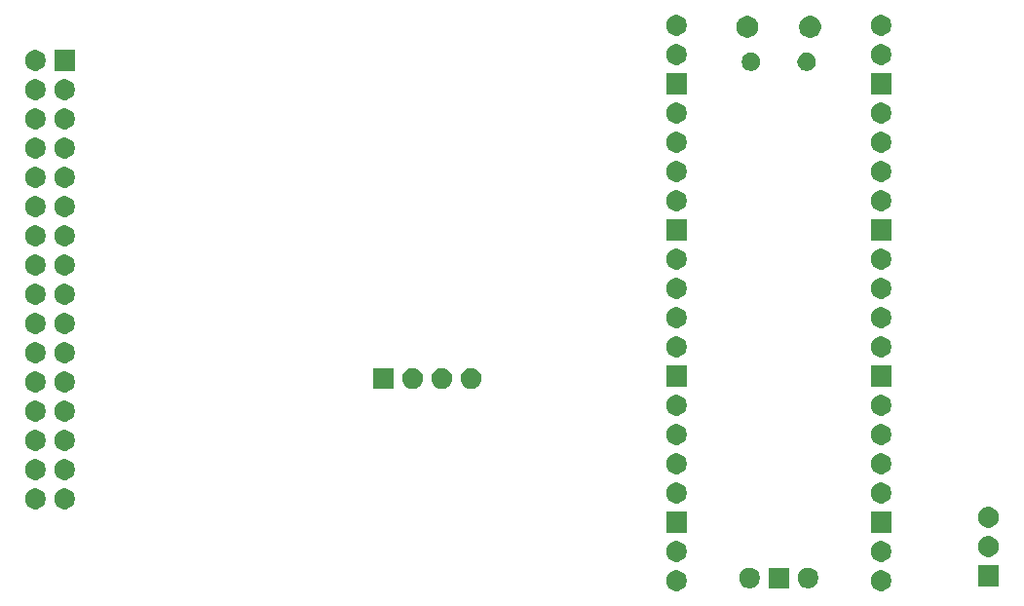
<source format=gbr>
G04 #@! TF.GenerationSoftware,KiCad,Pcbnew,5.1.5+dfsg1-2build2*
G04 #@! TF.CreationDate,2022-03-18T16:26:14+00:00*
G04 #@! TF.ProjectId,pico41,7069636f-3431-42e6-9b69-6361645f7063,rev?*
G04 #@! TF.SameCoordinates,Original*
G04 #@! TF.FileFunction,Soldermask,Bot*
G04 #@! TF.FilePolarity,Negative*
%FSLAX46Y46*%
G04 Gerber Fmt 4.6, Leading zero omitted, Abs format (unit mm)*
G04 Created by KiCad (PCBNEW 5.1.5+dfsg1-2build2) date 2022-03-18 16:26:14*
%MOMM*%
%LPD*%
G04 APERTURE LIST*
%ADD10C,0.100000*%
G04 APERTURE END LIST*
D10*
G36*
X74603512Y-31533927D02*
G01*
X74752812Y-31563624D01*
X74916784Y-31631544D01*
X75064354Y-31730147D01*
X75189853Y-31855646D01*
X75288456Y-32003216D01*
X75356376Y-32167188D01*
X75391000Y-32341259D01*
X75391000Y-32518741D01*
X75356376Y-32692812D01*
X75288456Y-32856784D01*
X75189853Y-33004354D01*
X75064354Y-33129853D01*
X74916784Y-33228456D01*
X74752812Y-33296376D01*
X74603512Y-33326073D01*
X74578742Y-33331000D01*
X74401258Y-33331000D01*
X74376488Y-33326073D01*
X74227188Y-33296376D01*
X74063216Y-33228456D01*
X73915646Y-33129853D01*
X73790147Y-33004354D01*
X73691544Y-32856784D01*
X73623624Y-32692812D01*
X73589000Y-32518741D01*
X73589000Y-32341259D01*
X73623624Y-32167188D01*
X73691544Y-32003216D01*
X73790147Y-31855646D01*
X73915646Y-31730147D01*
X74063216Y-31631544D01*
X74227188Y-31563624D01*
X74376488Y-31533927D01*
X74401258Y-31529000D01*
X74578742Y-31529000D01*
X74603512Y-31533927D01*
G37*
G36*
X56823512Y-31533927D02*
G01*
X56972812Y-31563624D01*
X57136784Y-31631544D01*
X57284354Y-31730147D01*
X57409853Y-31855646D01*
X57508456Y-32003216D01*
X57576376Y-32167188D01*
X57611000Y-32341259D01*
X57611000Y-32518741D01*
X57576376Y-32692812D01*
X57508456Y-32856784D01*
X57409853Y-33004354D01*
X57284354Y-33129853D01*
X57136784Y-33228456D01*
X56972812Y-33296376D01*
X56823512Y-33326073D01*
X56798742Y-33331000D01*
X56621258Y-33331000D01*
X56596488Y-33326073D01*
X56447188Y-33296376D01*
X56283216Y-33228456D01*
X56135646Y-33129853D01*
X56010147Y-33004354D01*
X55911544Y-32856784D01*
X55843624Y-32692812D01*
X55809000Y-32518741D01*
X55809000Y-32341259D01*
X55843624Y-32167188D01*
X55911544Y-32003216D01*
X56010147Y-31855646D01*
X56135646Y-31730147D01*
X56283216Y-31631544D01*
X56447188Y-31563624D01*
X56596488Y-31533927D01*
X56621258Y-31529000D01*
X56798742Y-31529000D01*
X56823512Y-31533927D01*
G37*
G36*
X63173512Y-31303927D02*
G01*
X63322812Y-31333624D01*
X63486784Y-31401544D01*
X63634354Y-31500147D01*
X63759853Y-31625646D01*
X63858456Y-31773216D01*
X63926376Y-31937188D01*
X63961000Y-32111259D01*
X63961000Y-32288741D01*
X63926376Y-32462812D01*
X63858456Y-32626784D01*
X63759853Y-32774354D01*
X63634354Y-32899853D01*
X63486784Y-32998456D01*
X63322812Y-33066376D01*
X63173512Y-33096073D01*
X63148742Y-33101000D01*
X62971258Y-33101000D01*
X62946488Y-33096073D01*
X62797188Y-33066376D01*
X62633216Y-32998456D01*
X62485646Y-32899853D01*
X62360147Y-32774354D01*
X62261544Y-32626784D01*
X62193624Y-32462812D01*
X62159000Y-32288741D01*
X62159000Y-32111259D01*
X62193624Y-31937188D01*
X62261544Y-31773216D01*
X62360147Y-31625646D01*
X62485646Y-31500147D01*
X62633216Y-31401544D01*
X62797188Y-31333624D01*
X62946488Y-31303927D01*
X62971258Y-31299000D01*
X63148742Y-31299000D01*
X63173512Y-31303927D01*
G37*
G36*
X68253512Y-31303927D02*
G01*
X68402812Y-31333624D01*
X68566784Y-31401544D01*
X68714354Y-31500147D01*
X68839853Y-31625646D01*
X68938456Y-31773216D01*
X69006376Y-31937188D01*
X69041000Y-32111259D01*
X69041000Y-32288741D01*
X69006376Y-32462812D01*
X68938456Y-32626784D01*
X68839853Y-32774354D01*
X68714354Y-32899853D01*
X68566784Y-32998456D01*
X68402812Y-33066376D01*
X68253512Y-33096073D01*
X68228742Y-33101000D01*
X68051258Y-33101000D01*
X68026488Y-33096073D01*
X67877188Y-33066376D01*
X67713216Y-32998456D01*
X67565646Y-32899853D01*
X67440147Y-32774354D01*
X67341544Y-32626784D01*
X67273624Y-32462812D01*
X67239000Y-32288741D01*
X67239000Y-32111259D01*
X67273624Y-31937188D01*
X67341544Y-31773216D01*
X67440147Y-31625646D01*
X67565646Y-31500147D01*
X67713216Y-31401544D01*
X67877188Y-31333624D01*
X68026488Y-31303927D01*
X68051258Y-31299000D01*
X68228742Y-31299000D01*
X68253512Y-31303927D01*
G37*
G36*
X66501000Y-33101000D02*
G01*
X64699000Y-33101000D01*
X64699000Y-31299000D01*
X66501000Y-31299000D01*
X66501000Y-33101000D01*
G37*
G36*
X84721000Y-32905000D02*
G01*
X82919000Y-32905000D01*
X82919000Y-31103000D01*
X84721000Y-31103000D01*
X84721000Y-32905000D01*
G37*
G36*
X74603512Y-28993927D02*
G01*
X74752812Y-29023624D01*
X74916784Y-29091544D01*
X75064354Y-29190147D01*
X75189853Y-29315646D01*
X75288456Y-29463216D01*
X75356376Y-29627188D01*
X75391000Y-29801259D01*
X75391000Y-29978741D01*
X75356376Y-30152812D01*
X75288456Y-30316784D01*
X75189853Y-30464354D01*
X75064354Y-30589853D01*
X74916784Y-30688456D01*
X74752812Y-30756376D01*
X74603512Y-30786073D01*
X74578742Y-30791000D01*
X74401258Y-30791000D01*
X74376488Y-30786073D01*
X74227188Y-30756376D01*
X74063216Y-30688456D01*
X73915646Y-30589853D01*
X73790147Y-30464354D01*
X73691544Y-30316784D01*
X73623624Y-30152812D01*
X73589000Y-29978741D01*
X73589000Y-29801259D01*
X73623624Y-29627188D01*
X73691544Y-29463216D01*
X73790147Y-29315646D01*
X73915646Y-29190147D01*
X74063216Y-29091544D01*
X74227188Y-29023624D01*
X74376488Y-28993927D01*
X74401258Y-28989000D01*
X74578742Y-28989000D01*
X74603512Y-28993927D01*
G37*
G36*
X56823512Y-28993927D02*
G01*
X56972812Y-29023624D01*
X57136784Y-29091544D01*
X57284354Y-29190147D01*
X57409853Y-29315646D01*
X57508456Y-29463216D01*
X57576376Y-29627188D01*
X57611000Y-29801259D01*
X57611000Y-29978741D01*
X57576376Y-30152812D01*
X57508456Y-30316784D01*
X57409853Y-30464354D01*
X57284354Y-30589853D01*
X57136784Y-30688456D01*
X56972812Y-30756376D01*
X56823512Y-30786073D01*
X56798742Y-30791000D01*
X56621258Y-30791000D01*
X56596488Y-30786073D01*
X56447188Y-30756376D01*
X56283216Y-30688456D01*
X56135646Y-30589853D01*
X56010147Y-30464354D01*
X55911544Y-30316784D01*
X55843624Y-30152812D01*
X55809000Y-29978741D01*
X55809000Y-29801259D01*
X55843624Y-29627188D01*
X55911544Y-29463216D01*
X56010147Y-29315646D01*
X56135646Y-29190147D01*
X56283216Y-29091544D01*
X56447188Y-29023624D01*
X56596488Y-28993927D01*
X56621258Y-28989000D01*
X56798742Y-28989000D01*
X56823512Y-28993927D01*
G37*
G36*
X83933512Y-28567927D02*
G01*
X84082812Y-28597624D01*
X84246784Y-28665544D01*
X84394354Y-28764147D01*
X84519853Y-28889646D01*
X84618456Y-29037216D01*
X84686376Y-29201188D01*
X84721000Y-29375259D01*
X84721000Y-29552741D01*
X84686376Y-29726812D01*
X84618456Y-29890784D01*
X84519853Y-30038354D01*
X84394354Y-30163853D01*
X84246784Y-30262456D01*
X84082812Y-30330376D01*
X83933512Y-30360073D01*
X83908742Y-30365000D01*
X83731258Y-30365000D01*
X83706488Y-30360073D01*
X83557188Y-30330376D01*
X83393216Y-30262456D01*
X83245646Y-30163853D01*
X83120147Y-30038354D01*
X83021544Y-29890784D01*
X82953624Y-29726812D01*
X82919000Y-29552741D01*
X82919000Y-29375259D01*
X82953624Y-29201188D01*
X83021544Y-29037216D01*
X83120147Y-28889646D01*
X83245646Y-28764147D01*
X83393216Y-28665544D01*
X83557188Y-28597624D01*
X83706488Y-28567927D01*
X83731258Y-28563000D01*
X83908742Y-28563000D01*
X83933512Y-28567927D01*
G37*
G36*
X75391000Y-28251000D02*
G01*
X73589000Y-28251000D01*
X73589000Y-26449000D01*
X75391000Y-26449000D01*
X75391000Y-28251000D01*
G37*
G36*
X57611000Y-28251000D02*
G01*
X55809000Y-28251000D01*
X55809000Y-26449000D01*
X57611000Y-26449000D01*
X57611000Y-28251000D01*
G37*
G36*
X83933512Y-26027927D02*
G01*
X84082812Y-26057624D01*
X84246784Y-26125544D01*
X84394354Y-26224147D01*
X84519853Y-26349646D01*
X84618456Y-26497216D01*
X84686376Y-26661188D01*
X84721000Y-26835259D01*
X84721000Y-27012741D01*
X84686376Y-27186812D01*
X84618456Y-27350784D01*
X84519853Y-27498354D01*
X84394354Y-27623853D01*
X84246784Y-27722456D01*
X84082812Y-27790376D01*
X83933512Y-27820073D01*
X83908742Y-27825000D01*
X83731258Y-27825000D01*
X83706488Y-27820073D01*
X83557188Y-27790376D01*
X83393216Y-27722456D01*
X83245646Y-27623853D01*
X83120147Y-27498354D01*
X83021544Y-27350784D01*
X82953624Y-27186812D01*
X82919000Y-27012741D01*
X82919000Y-26835259D01*
X82953624Y-26661188D01*
X83021544Y-26497216D01*
X83120147Y-26349646D01*
X83245646Y-26224147D01*
X83393216Y-26125544D01*
X83557188Y-26057624D01*
X83706488Y-26027927D01*
X83731258Y-26023000D01*
X83908742Y-26023000D01*
X83933512Y-26027927D01*
G37*
G36*
X1113512Y-24423927D02*
G01*
X1262812Y-24453624D01*
X1426784Y-24521544D01*
X1574354Y-24620147D01*
X1699853Y-24745646D01*
X1798456Y-24893216D01*
X1866376Y-25057188D01*
X1901000Y-25231259D01*
X1901000Y-25408741D01*
X1866376Y-25582812D01*
X1798456Y-25746784D01*
X1699853Y-25894354D01*
X1574354Y-26019853D01*
X1426784Y-26118456D01*
X1262812Y-26186376D01*
X1113512Y-26216073D01*
X1088742Y-26221000D01*
X911258Y-26221000D01*
X886488Y-26216073D01*
X737188Y-26186376D01*
X573216Y-26118456D01*
X425646Y-26019853D01*
X300147Y-25894354D01*
X201544Y-25746784D01*
X133624Y-25582812D01*
X99000Y-25408741D01*
X99000Y-25231259D01*
X133624Y-25057188D01*
X201544Y-24893216D01*
X300147Y-24745646D01*
X425646Y-24620147D01*
X573216Y-24521544D01*
X737188Y-24453624D01*
X886488Y-24423927D01*
X911258Y-24419000D01*
X1088742Y-24419000D01*
X1113512Y-24423927D01*
G37*
G36*
X3653512Y-24423927D02*
G01*
X3802812Y-24453624D01*
X3966784Y-24521544D01*
X4114354Y-24620147D01*
X4239853Y-24745646D01*
X4338456Y-24893216D01*
X4406376Y-25057188D01*
X4441000Y-25231259D01*
X4441000Y-25408741D01*
X4406376Y-25582812D01*
X4338456Y-25746784D01*
X4239853Y-25894354D01*
X4114354Y-26019853D01*
X3966784Y-26118456D01*
X3802812Y-26186376D01*
X3653512Y-26216073D01*
X3628742Y-26221000D01*
X3451258Y-26221000D01*
X3426488Y-26216073D01*
X3277188Y-26186376D01*
X3113216Y-26118456D01*
X2965646Y-26019853D01*
X2840147Y-25894354D01*
X2741544Y-25746784D01*
X2673624Y-25582812D01*
X2639000Y-25408741D01*
X2639000Y-25231259D01*
X2673624Y-25057188D01*
X2741544Y-24893216D01*
X2840147Y-24745646D01*
X2965646Y-24620147D01*
X3113216Y-24521544D01*
X3277188Y-24453624D01*
X3426488Y-24423927D01*
X3451258Y-24419000D01*
X3628742Y-24419000D01*
X3653512Y-24423927D01*
G37*
G36*
X56823512Y-23913927D02*
G01*
X56972812Y-23943624D01*
X57136784Y-24011544D01*
X57284354Y-24110147D01*
X57409853Y-24235646D01*
X57508456Y-24383216D01*
X57576376Y-24547188D01*
X57611000Y-24721259D01*
X57611000Y-24898741D01*
X57576376Y-25072812D01*
X57508456Y-25236784D01*
X57409853Y-25384354D01*
X57284354Y-25509853D01*
X57136784Y-25608456D01*
X56972812Y-25676376D01*
X56823512Y-25706073D01*
X56798742Y-25711000D01*
X56621258Y-25711000D01*
X56596488Y-25706073D01*
X56447188Y-25676376D01*
X56283216Y-25608456D01*
X56135646Y-25509853D01*
X56010147Y-25384354D01*
X55911544Y-25236784D01*
X55843624Y-25072812D01*
X55809000Y-24898741D01*
X55809000Y-24721259D01*
X55843624Y-24547188D01*
X55911544Y-24383216D01*
X56010147Y-24235646D01*
X56135646Y-24110147D01*
X56283216Y-24011544D01*
X56447188Y-23943624D01*
X56596488Y-23913927D01*
X56621258Y-23909000D01*
X56798742Y-23909000D01*
X56823512Y-23913927D01*
G37*
G36*
X74603512Y-23913927D02*
G01*
X74752812Y-23943624D01*
X74916784Y-24011544D01*
X75064354Y-24110147D01*
X75189853Y-24235646D01*
X75288456Y-24383216D01*
X75356376Y-24547188D01*
X75391000Y-24721259D01*
X75391000Y-24898741D01*
X75356376Y-25072812D01*
X75288456Y-25236784D01*
X75189853Y-25384354D01*
X75064354Y-25509853D01*
X74916784Y-25608456D01*
X74752812Y-25676376D01*
X74603512Y-25706073D01*
X74578742Y-25711000D01*
X74401258Y-25711000D01*
X74376488Y-25706073D01*
X74227188Y-25676376D01*
X74063216Y-25608456D01*
X73915646Y-25509853D01*
X73790147Y-25384354D01*
X73691544Y-25236784D01*
X73623624Y-25072812D01*
X73589000Y-24898741D01*
X73589000Y-24721259D01*
X73623624Y-24547188D01*
X73691544Y-24383216D01*
X73790147Y-24235646D01*
X73915646Y-24110147D01*
X74063216Y-24011544D01*
X74227188Y-23943624D01*
X74376488Y-23913927D01*
X74401258Y-23909000D01*
X74578742Y-23909000D01*
X74603512Y-23913927D01*
G37*
G36*
X3653512Y-21883927D02*
G01*
X3802812Y-21913624D01*
X3966784Y-21981544D01*
X4114354Y-22080147D01*
X4239853Y-22205646D01*
X4338456Y-22353216D01*
X4406376Y-22517188D01*
X4441000Y-22691259D01*
X4441000Y-22868741D01*
X4406376Y-23042812D01*
X4338456Y-23206784D01*
X4239853Y-23354354D01*
X4114354Y-23479853D01*
X3966784Y-23578456D01*
X3802812Y-23646376D01*
X3653512Y-23676073D01*
X3628742Y-23681000D01*
X3451258Y-23681000D01*
X3426488Y-23676073D01*
X3277188Y-23646376D01*
X3113216Y-23578456D01*
X2965646Y-23479853D01*
X2840147Y-23354354D01*
X2741544Y-23206784D01*
X2673624Y-23042812D01*
X2639000Y-22868741D01*
X2639000Y-22691259D01*
X2673624Y-22517188D01*
X2741544Y-22353216D01*
X2840147Y-22205646D01*
X2965646Y-22080147D01*
X3113216Y-21981544D01*
X3277188Y-21913624D01*
X3426488Y-21883927D01*
X3451258Y-21879000D01*
X3628742Y-21879000D01*
X3653512Y-21883927D01*
G37*
G36*
X1113512Y-21883927D02*
G01*
X1262812Y-21913624D01*
X1426784Y-21981544D01*
X1574354Y-22080147D01*
X1699853Y-22205646D01*
X1798456Y-22353216D01*
X1866376Y-22517188D01*
X1901000Y-22691259D01*
X1901000Y-22868741D01*
X1866376Y-23042812D01*
X1798456Y-23206784D01*
X1699853Y-23354354D01*
X1574354Y-23479853D01*
X1426784Y-23578456D01*
X1262812Y-23646376D01*
X1113512Y-23676073D01*
X1088742Y-23681000D01*
X911258Y-23681000D01*
X886488Y-23676073D01*
X737188Y-23646376D01*
X573216Y-23578456D01*
X425646Y-23479853D01*
X300147Y-23354354D01*
X201544Y-23206784D01*
X133624Y-23042812D01*
X99000Y-22868741D01*
X99000Y-22691259D01*
X133624Y-22517188D01*
X201544Y-22353216D01*
X300147Y-22205646D01*
X425646Y-22080147D01*
X573216Y-21981544D01*
X737188Y-21913624D01*
X886488Y-21883927D01*
X911258Y-21879000D01*
X1088742Y-21879000D01*
X1113512Y-21883927D01*
G37*
G36*
X56823512Y-21373927D02*
G01*
X56972812Y-21403624D01*
X57136784Y-21471544D01*
X57284354Y-21570147D01*
X57409853Y-21695646D01*
X57508456Y-21843216D01*
X57576376Y-22007188D01*
X57611000Y-22181259D01*
X57611000Y-22358741D01*
X57576376Y-22532812D01*
X57508456Y-22696784D01*
X57409853Y-22844354D01*
X57284354Y-22969853D01*
X57136784Y-23068456D01*
X56972812Y-23136376D01*
X56823512Y-23166073D01*
X56798742Y-23171000D01*
X56621258Y-23171000D01*
X56596488Y-23166073D01*
X56447188Y-23136376D01*
X56283216Y-23068456D01*
X56135646Y-22969853D01*
X56010147Y-22844354D01*
X55911544Y-22696784D01*
X55843624Y-22532812D01*
X55809000Y-22358741D01*
X55809000Y-22181259D01*
X55843624Y-22007188D01*
X55911544Y-21843216D01*
X56010147Y-21695646D01*
X56135646Y-21570147D01*
X56283216Y-21471544D01*
X56447188Y-21403624D01*
X56596488Y-21373927D01*
X56621258Y-21369000D01*
X56798742Y-21369000D01*
X56823512Y-21373927D01*
G37*
G36*
X74603512Y-21373927D02*
G01*
X74752812Y-21403624D01*
X74916784Y-21471544D01*
X75064354Y-21570147D01*
X75189853Y-21695646D01*
X75288456Y-21843216D01*
X75356376Y-22007188D01*
X75391000Y-22181259D01*
X75391000Y-22358741D01*
X75356376Y-22532812D01*
X75288456Y-22696784D01*
X75189853Y-22844354D01*
X75064354Y-22969853D01*
X74916784Y-23068456D01*
X74752812Y-23136376D01*
X74603512Y-23166073D01*
X74578742Y-23171000D01*
X74401258Y-23171000D01*
X74376488Y-23166073D01*
X74227188Y-23136376D01*
X74063216Y-23068456D01*
X73915646Y-22969853D01*
X73790147Y-22844354D01*
X73691544Y-22696784D01*
X73623624Y-22532812D01*
X73589000Y-22358741D01*
X73589000Y-22181259D01*
X73623624Y-22007188D01*
X73691544Y-21843216D01*
X73790147Y-21695646D01*
X73915646Y-21570147D01*
X74063216Y-21471544D01*
X74227188Y-21403624D01*
X74376488Y-21373927D01*
X74401258Y-21369000D01*
X74578742Y-21369000D01*
X74603512Y-21373927D01*
G37*
G36*
X3653512Y-19343927D02*
G01*
X3802812Y-19373624D01*
X3966784Y-19441544D01*
X4114354Y-19540147D01*
X4239853Y-19665646D01*
X4338456Y-19813216D01*
X4406376Y-19977188D01*
X4441000Y-20151259D01*
X4441000Y-20328741D01*
X4406376Y-20502812D01*
X4338456Y-20666784D01*
X4239853Y-20814354D01*
X4114354Y-20939853D01*
X3966784Y-21038456D01*
X3802812Y-21106376D01*
X3653512Y-21136073D01*
X3628742Y-21141000D01*
X3451258Y-21141000D01*
X3426488Y-21136073D01*
X3277188Y-21106376D01*
X3113216Y-21038456D01*
X2965646Y-20939853D01*
X2840147Y-20814354D01*
X2741544Y-20666784D01*
X2673624Y-20502812D01*
X2639000Y-20328741D01*
X2639000Y-20151259D01*
X2673624Y-19977188D01*
X2741544Y-19813216D01*
X2840147Y-19665646D01*
X2965646Y-19540147D01*
X3113216Y-19441544D01*
X3277188Y-19373624D01*
X3426488Y-19343927D01*
X3451258Y-19339000D01*
X3628742Y-19339000D01*
X3653512Y-19343927D01*
G37*
G36*
X1113512Y-19343927D02*
G01*
X1262812Y-19373624D01*
X1426784Y-19441544D01*
X1574354Y-19540147D01*
X1699853Y-19665646D01*
X1798456Y-19813216D01*
X1866376Y-19977188D01*
X1901000Y-20151259D01*
X1901000Y-20328741D01*
X1866376Y-20502812D01*
X1798456Y-20666784D01*
X1699853Y-20814354D01*
X1574354Y-20939853D01*
X1426784Y-21038456D01*
X1262812Y-21106376D01*
X1113512Y-21136073D01*
X1088742Y-21141000D01*
X911258Y-21141000D01*
X886488Y-21136073D01*
X737188Y-21106376D01*
X573216Y-21038456D01*
X425646Y-20939853D01*
X300147Y-20814354D01*
X201544Y-20666784D01*
X133624Y-20502812D01*
X99000Y-20328741D01*
X99000Y-20151259D01*
X133624Y-19977188D01*
X201544Y-19813216D01*
X300147Y-19665646D01*
X425646Y-19540147D01*
X573216Y-19441544D01*
X737188Y-19373624D01*
X886488Y-19343927D01*
X911258Y-19339000D01*
X1088742Y-19339000D01*
X1113512Y-19343927D01*
G37*
G36*
X74603512Y-18833927D02*
G01*
X74752812Y-18863624D01*
X74916784Y-18931544D01*
X75064354Y-19030147D01*
X75189853Y-19155646D01*
X75288456Y-19303216D01*
X75356376Y-19467188D01*
X75391000Y-19641259D01*
X75391000Y-19818741D01*
X75356376Y-19992812D01*
X75288456Y-20156784D01*
X75189853Y-20304354D01*
X75064354Y-20429853D01*
X74916784Y-20528456D01*
X74752812Y-20596376D01*
X74603512Y-20626073D01*
X74578742Y-20631000D01*
X74401258Y-20631000D01*
X74376488Y-20626073D01*
X74227188Y-20596376D01*
X74063216Y-20528456D01*
X73915646Y-20429853D01*
X73790147Y-20304354D01*
X73691544Y-20156784D01*
X73623624Y-19992812D01*
X73589000Y-19818741D01*
X73589000Y-19641259D01*
X73623624Y-19467188D01*
X73691544Y-19303216D01*
X73790147Y-19155646D01*
X73915646Y-19030147D01*
X74063216Y-18931544D01*
X74227188Y-18863624D01*
X74376488Y-18833927D01*
X74401258Y-18829000D01*
X74578742Y-18829000D01*
X74603512Y-18833927D01*
G37*
G36*
X56823512Y-18833927D02*
G01*
X56972812Y-18863624D01*
X57136784Y-18931544D01*
X57284354Y-19030147D01*
X57409853Y-19155646D01*
X57508456Y-19303216D01*
X57576376Y-19467188D01*
X57611000Y-19641259D01*
X57611000Y-19818741D01*
X57576376Y-19992812D01*
X57508456Y-20156784D01*
X57409853Y-20304354D01*
X57284354Y-20429853D01*
X57136784Y-20528456D01*
X56972812Y-20596376D01*
X56823512Y-20626073D01*
X56798742Y-20631000D01*
X56621258Y-20631000D01*
X56596488Y-20626073D01*
X56447188Y-20596376D01*
X56283216Y-20528456D01*
X56135646Y-20429853D01*
X56010147Y-20304354D01*
X55911544Y-20156784D01*
X55843624Y-19992812D01*
X55809000Y-19818741D01*
X55809000Y-19641259D01*
X55843624Y-19467188D01*
X55911544Y-19303216D01*
X56010147Y-19155646D01*
X56135646Y-19030147D01*
X56283216Y-18931544D01*
X56447188Y-18863624D01*
X56596488Y-18833927D01*
X56621258Y-18829000D01*
X56798742Y-18829000D01*
X56823512Y-18833927D01*
G37*
G36*
X1113512Y-16803927D02*
G01*
X1262812Y-16833624D01*
X1426784Y-16901544D01*
X1574354Y-17000147D01*
X1699853Y-17125646D01*
X1798456Y-17273216D01*
X1866376Y-17437188D01*
X1901000Y-17611259D01*
X1901000Y-17788741D01*
X1866376Y-17962812D01*
X1798456Y-18126784D01*
X1699853Y-18274354D01*
X1574354Y-18399853D01*
X1426784Y-18498456D01*
X1262812Y-18566376D01*
X1113512Y-18596073D01*
X1088742Y-18601000D01*
X911258Y-18601000D01*
X886488Y-18596073D01*
X737188Y-18566376D01*
X573216Y-18498456D01*
X425646Y-18399853D01*
X300147Y-18274354D01*
X201544Y-18126784D01*
X133624Y-17962812D01*
X99000Y-17788741D01*
X99000Y-17611259D01*
X133624Y-17437188D01*
X201544Y-17273216D01*
X300147Y-17125646D01*
X425646Y-17000147D01*
X573216Y-16901544D01*
X737188Y-16833624D01*
X886488Y-16803927D01*
X911258Y-16799000D01*
X1088742Y-16799000D01*
X1113512Y-16803927D01*
G37*
G36*
X3653512Y-16803927D02*
G01*
X3802812Y-16833624D01*
X3966784Y-16901544D01*
X4114354Y-17000147D01*
X4239853Y-17125646D01*
X4338456Y-17273216D01*
X4406376Y-17437188D01*
X4441000Y-17611259D01*
X4441000Y-17788741D01*
X4406376Y-17962812D01*
X4338456Y-18126784D01*
X4239853Y-18274354D01*
X4114354Y-18399853D01*
X3966784Y-18498456D01*
X3802812Y-18566376D01*
X3653512Y-18596073D01*
X3628742Y-18601000D01*
X3451258Y-18601000D01*
X3426488Y-18596073D01*
X3277188Y-18566376D01*
X3113216Y-18498456D01*
X2965646Y-18399853D01*
X2840147Y-18274354D01*
X2741544Y-18126784D01*
X2673624Y-17962812D01*
X2639000Y-17788741D01*
X2639000Y-17611259D01*
X2673624Y-17437188D01*
X2741544Y-17273216D01*
X2840147Y-17125646D01*
X2965646Y-17000147D01*
X3113216Y-16901544D01*
X3277188Y-16833624D01*
X3426488Y-16803927D01*
X3451258Y-16799000D01*
X3628742Y-16799000D01*
X3653512Y-16803927D01*
G37*
G36*
X74603512Y-16293927D02*
G01*
X74752812Y-16323624D01*
X74916784Y-16391544D01*
X75064354Y-16490147D01*
X75189853Y-16615646D01*
X75288456Y-16763216D01*
X75356376Y-16927188D01*
X75391000Y-17101259D01*
X75391000Y-17278741D01*
X75356376Y-17452812D01*
X75288456Y-17616784D01*
X75189853Y-17764354D01*
X75064354Y-17889853D01*
X74916784Y-17988456D01*
X74752812Y-18056376D01*
X74603512Y-18086073D01*
X74578742Y-18091000D01*
X74401258Y-18091000D01*
X74376488Y-18086073D01*
X74227188Y-18056376D01*
X74063216Y-17988456D01*
X73915646Y-17889853D01*
X73790147Y-17764354D01*
X73691544Y-17616784D01*
X73623624Y-17452812D01*
X73589000Y-17278741D01*
X73589000Y-17101259D01*
X73623624Y-16927188D01*
X73691544Y-16763216D01*
X73790147Y-16615646D01*
X73915646Y-16490147D01*
X74063216Y-16391544D01*
X74227188Y-16323624D01*
X74376488Y-16293927D01*
X74401258Y-16289000D01*
X74578742Y-16289000D01*
X74603512Y-16293927D01*
G37*
G36*
X56823512Y-16293927D02*
G01*
X56972812Y-16323624D01*
X57136784Y-16391544D01*
X57284354Y-16490147D01*
X57409853Y-16615646D01*
X57508456Y-16763216D01*
X57576376Y-16927188D01*
X57611000Y-17101259D01*
X57611000Y-17278741D01*
X57576376Y-17452812D01*
X57508456Y-17616784D01*
X57409853Y-17764354D01*
X57284354Y-17889853D01*
X57136784Y-17988456D01*
X56972812Y-18056376D01*
X56823512Y-18086073D01*
X56798742Y-18091000D01*
X56621258Y-18091000D01*
X56596488Y-18086073D01*
X56447188Y-18056376D01*
X56283216Y-17988456D01*
X56135646Y-17889853D01*
X56010147Y-17764354D01*
X55911544Y-17616784D01*
X55843624Y-17452812D01*
X55809000Y-17278741D01*
X55809000Y-17101259D01*
X55843624Y-16927188D01*
X55911544Y-16763216D01*
X56010147Y-16615646D01*
X56135646Y-16490147D01*
X56283216Y-16391544D01*
X56447188Y-16323624D01*
X56596488Y-16293927D01*
X56621258Y-16289000D01*
X56798742Y-16289000D01*
X56823512Y-16293927D01*
G37*
G36*
X1113512Y-14263927D02*
G01*
X1262812Y-14293624D01*
X1426784Y-14361544D01*
X1574354Y-14460147D01*
X1699853Y-14585646D01*
X1798456Y-14733216D01*
X1866376Y-14897188D01*
X1901000Y-15071259D01*
X1901000Y-15248741D01*
X1866376Y-15422812D01*
X1798456Y-15586784D01*
X1699853Y-15734354D01*
X1574354Y-15859853D01*
X1426784Y-15958456D01*
X1262812Y-16026376D01*
X1113512Y-16056073D01*
X1088742Y-16061000D01*
X911258Y-16061000D01*
X886488Y-16056073D01*
X737188Y-16026376D01*
X573216Y-15958456D01*
X425646Y-15859853D01*
X300147Y-15734354D01*
X201544Y-15586784D01*
X133624Y-15422812D01*
X99000Y-15248741D01*
X99000Y-15071259D01*
X133624Y-14897188D01*
X201544Y-14733216D01*
X300147Y-14585646D01*
X425646Y-14460147D01*
X573216Y-14361544D01*
X737188Y-14293624D01*
X886488Y-14263927D01*
X911258Y-14259000D01*
X1088742Y-14259000D01*
X1113512Y-14263927D01*
G37*
G36*
X3653512Y-14263927D02*
G01*
X3802812Y-14293624D01*
X3966784Y-14361544D01*
X4114354Y-14460147D01*
X4239853Y-14585646D01*
X4338456Y-14733216D01*
X4406376Y-14897188D01*
X4441000Y-15071259D01*
X4441000Y-15248741D01*
X4406376Y-15422812D01*
X4338456Y-15586784D01*
X4239853Y-15734354D01*
X4114354Y-15859853D01*
X3966784Y-15958456D01*
X3802812Y-16026376D01*
X3653512Y-16056073D01*
X3628742Y-16061000D01*
X3451258Y-16061000D01*
X3426488Y-16056073D01*
X3277188Y-16026376D01*
X3113216Y-15958456D01*
X2965646Y-15859853D01*
X2840147Y-15734354D01*
X2741544Y-15586784D01*
X2673624Y-15422812D01*
X2639000Y-15248741D01*
X2639000Y-15071259D01*
X2673624Y-14897188D01*
X2741544Y-14733216D01*
X2840147Y-14585646D01*
X2965646Y-14460147D01*
X3113216Y-14361544D01*
X3277188Y-14293624D01*
X3426488Y-14263927D01*
X3451258Y-14259000D01*
X3628742Y-14259000D01*
X3653512Y-14263927D01*
G37*
G36*
X36431512Y-13951927D02*
G01*
X36580812Y-13981624D01*
X36744784Y-14049544D01*
X36892354Y-14148147D01*
X37017853Y-14273646D01*
X37116456Y-14421216D01*
X37184376Y-14585188D01*
X37219000Y-14759259D01*
X37219000Y-14936741D01*
X37184376Y-15110812D01*
X37116456Y-15274784D01*
X37017853Y-15422354D01*
X36892354Y-15547853D01*
X36744784Y-15646456D01*
X36580812Y-15714376D01*
X36431512Y-15744073D01*
X36406742Y-15749000D01*
X36229258Y-15749000D01*
X36204488Y-15744073D01*
X36055188Y-15714376D01*
X35891216Y-15646456D01*
X35743646Y-15547853D01*
X35618147Y-15422354D01*
X35519544Y-15274784D01*
X35451624Y-15110812D01*
X35417000Y-14936741D01*
X35417000Y-14759259D01*
X35451624Y-14585188D01*
X35519544Y-14421216D01*
X35618147Y-14273646D01*
X35743646Y-14148147D01*
X35891216Y-14049544D01*
X36055188Y-13981624D01*
X36204488Y-13951927D01*
X36229258Y-13947000D01*
X36406742Y-13947000D01*
X36431512Y-13951927D01*
G37*
G36*
X33891512Y-13951927D02*
G01*
X34040812Y-13981624D01*
X34204784Y-14049544D01*
X34352354Y-14148147D01*
X34477853Y-14273646D01*
X34576456Y-14421216D01*
X34644376Y-14585188D01*
X34679000Y-14759259D01*
X34679000Y-14936741D01*
X34644376Y-15110812D01*
X34576456Y-15274784D01*
X34477853Y-15422354D01*
X34352354Y-15547853D01*
X34204784Y-15646456D01*
X34040812Y-15714376D01*
X33891512Y-15744073D01*
X33866742Y-15749000D01*
X33689258Y-15749000D01*
X33664488Y-15744073D01*
X33515188Y-15714376D01*
X33351216Y-15646456D01*
X33203646Y-15547853D01*
X33078147Y-15422354D01*
X32979544Y-15274784D01*
X32911624Y-15110812D01*
X32877000Y-14936741D01*
X32877000Y-14759259D01*
X32911624Y-14585188D01*
X32979544Y-14421216D01*
X33078147Y-14273646D01*
X33203646Y-14148147D01*
X33351216Y-14049544D01*
X33515188Y-13981624D01*
X33664488Y-13951927D01*
X33689258Y-13947000D01*
X33866742Y-13947000D01*
X33891512Y-13951927D01*
G37*
G36*
X32139000Y-15749000D02*
G01*
X30337000Y-15749000D01*
X30337000Y-13947000D01*
X32139000Y-13947000D01*
X32139000Y-15749000D01*
G37*
G36*
X38971512Y-13951927D02*
G01*
X39120812Y-13981624D01*
X39284784Y-14049544D01*
X39432354Y-14148147D01*
X39557853Y-14273646D01*
X39656456Y-14421216D01*
X39724376Y-14585188D01*
X39759000Y-14759259D01*
X39759000Y-14936741D01*
X39724376Y-15110812D01*
X39656456Y-15274784D01*
X39557853Y-15422354D01*
X39432354Y-15547853D01*
X39284784Y-15646456D01*
X39120812Y-15714376D01*
X38971512Y-15744073D01*
X38946742Y-15749000D01*
X38769258Y-15749000D01*
X38744488Y-15744073D01*
X38595188Y-15714376D01*
X38431216Y-15646456D01*
X38283646Y-15547853D01*
X38158147Y-15422354D01*
X38059544Y-15274784D01*
X37991624Y-15110812D01*
X37957000Y-14936741D01*
X37957000Y-14759259D01*
X37991624Y-14585188D01*
X38059544Y-14421216D01*
X38158147Y-14273646D01*
X38283646Y-14148147D01*
X38431216Y-14049544D01*
X38595188Y-13981624D01*
X38744488Y-13951927D01*
X38769258Y-13947000D01*
X38946742Y-13947000D01*
X38971512Y-13951927D01*
G37*
G36*
X75391000Y-15551000D02*
G01*
X73589000Y-15551000D01*
X73589000Y-13749000D01*
X75391000Y-13749000D01*
X75391000Y-15551000D01*
G37*
G36*
X57611000Y-15551000D02*
G01*
X55809000Y-15551000D01*
X55809000Y-13749000D01*
X57611000Y-13749000D01*
X57611000Y-15551000D01*
G37*
G36*
X3653512Y-11723927D02*
G01*
X3802812Y-11753624D01*
X3966784Y-11821544D01*
X4114354Y-11920147D01*
X4239853Y-12045646D01*
X4338456Y-12193216D01*
X4406376Y-12357188D01*
X4441000Y-12531259D01*
X4441000Y-12708741D01*
X4406376Y-12882812D01*
X4338456Y-13046784D01*
X4239853Y-13194354D01*
X4114354Y-13319853D01*
X3966784Y-13418456D01*
X3802812Y-13486376D01*
X3653512Y-13516073D01*
X3628742Y-13521000D01*
X3451258Y-13521000D01*
X3426488Y-13516073D01*
X3277188Y-13486376D01*
X3113216Y-13418456D01*
X2965646Y-13319853D01*
X2840147Y-13194354D01*
X2741544Y-13046784D01*
X2673624Y-12882812D01*
X2639000Y-12708741D01*
X2639000Y-12531259D01*
X2673624Y-12357188D01*
X2741544Y-12193216D01*
X2840147Y-12045646D01*
X2965646Y-11920147D01*
X3113216Y-11821544D01*
X3277188Y-11753624D01*
X3426488Y-11723927D01*
X3451258Y-11719000D01*
X3628742Y-11719000D01*
X3653512Y-11723927D01*
G37*
G36*
X1113512Y-11723927D02*
G01*
X1262812Y-11753624D01*
X1426784Y-11821544D01*
X1574354Y-11920147D01*
X1699853Y-12045646D01*
X1798456Y-12193216D01*
X1866376Y-12357188D01*
X1901000Y-12531259D01*
X1901000Y-12708741D01*
X1866376Y-12882812D01*
X1798456Y-13046784D01*
X1699853Y-13194354D01*
X1574354Y-13319853D01*
X1426784Y-13418456D01*
X1262812Y-13486376D01*
X1113512Y-13516073D01*
X1088742Y-13521000D01*
X911258Y-13521000D01*
X886488Y-13516073D01*
X737188Y-13486376D01*
X573216Y-13418456D01*
X425646Y-13319853D01*
X300147Y-13194354D01*
X201544Y-13046784D01*
X133624Y-12882812D01*
X99000Y-12708741D01*
X99000Y-12531259D01*
X133624Y-12357188D01*
X201544Y-12193216D01*
X300147Y-12045646D01*
X425646Y-11920147D01*
X573216Y-11821544D01*
X737188Y-11753624D01*
X886488Y-11723927D01*
X911258Y-11719000D01*
X1088742Y-11719000D01*
X1113512Y-11723927D01*
G37*
G36*
X56823512Y-11213927D02*
G01*
X56972812Y-11243624D01*
X57136784Y-11311544D01*
X57284354Y-11410147D01*
X57409853Y-11535646D01*
X57508456Y-11683216D01*
X57576376Y-11847188D01*
X57611000Y-12021259D01*
X57611000Y-12198741D01*
X57576376Y-12372812D01*
X57508456Y-12536784D01*
X57409853Y-12684354D01*
X57284354Y-12809853D01*
X57136784Y-12908456D01*
X56972812Y-12976376D01*
X56823512Y-13006073D01*
X56798742Y-13011000D01*
X56621258Y-13011000D01*
X56596488Y-13006073D01*
X56447188Y-12976376D01*
X56283216Y-12908456D01*
X56135646Y-12809853D01*
X56010147Y-12684354D01*
X55911544Y-12536784D01*
X55843624Y-12372812D01*
X55809000Y-12198741D01*
X55809000Y-12021259D01*
X55843624Y-11847188D01*
X55911544Y-11683216D01*
X56010147Y-11535646D01*
X56135646Y-11410147D01*
X56283216Y-11311544D01*
X56447188Y-11243624D01*
X56596488Y-11213927D01*
X56621258Y-11209000D01*
X56798742Y-11209000D01*
X56823512Y-11213927D01*
G37*
G36*
X74603512Y-11213927D02*
G01*
X74752812Y-11243624D01*
X74916784Y-11311544D01*
X75064354Y-11410147D01*
X75189853Y-11535646D01*
X75288456Y-11683216D01*
X75356376Y-11847188D01*
X75391000Y-12021259D01*
X75391000Y-12198741D01*
X75356376Y-12372812D01*
X75288456Y-12536784D01*
X75189853Y-12684354D01*
X75064354Y-12809853D01*
X74916784Y-12908456D01*
X74752812Y-12976376D01*
X74603512Y-13006073D01*
X74578742Y-13011000D01*
X74401258Y-13011000D01*
X74376488Y-13006073D01*
X74227188Y-12976376D01*
X74063216Y-12908456D01*
X73915646Y-12809853D01*
X73790147Y-12684354D01*
X73691544Y-12536784D01*
X73623624Y-12372812D01*
X73589000Y-12198741D01*
X73589000Y-12021259D01*
X73623624Y-11847188D01*
X73691544Y-11683216D01*
X73790147Y-11535646D01*
X73915646Y-11410147D01*
X74063216Y-11311544D01*
X74227188Y-11243624D01*
X74376488Y-11213927D01*
X74401258Y-11209000D01*
X74578742Y-11209000D01*
X74603512Y-11213927D01*
G37*
G36*
X3653512Y-9183927D02*
G01*
X3802812Y-9213624D01*
X3966784Y-9281544D01*
X4114354Y-9380147D01*
X4239853Y-9505646D01*
X4338456Y-9653216D01*
X4406376Y-9817188D01*
X4441000Y-9991259D01*
X4441000Y-10168741D01*
X4406376Y-10342812D01*
X4338456Y-10506784D01*
X4239853Y-10654354D01*
X4114354Y-10779853D01*
X3966784Y-10878456D01*
X3802812Y-10946376D01*
X3653512Y-10976073D01*
X3628742Y-10981000D01*
X3451258Y-10981000D01*
X3426488Y-10976073D01*
X3277188Y-10946376D01*
X3113216Y-10878456D01*
X2965646Y-10779853D01*
X2840147Y-10654354D01*
X2741544Y-10506784D01*
X2673624Y-10342812D01*
X2639000Y-10168741D01*
X2639000Y-9991259D01*
X2673624Y-9817188D01*
X2741544Y-9653216D01*
X2840147Y-9505646D01*
X2965646Y-9380147D01*
X3113216Y-9281544D01*
X3277188Y-9213624D01*
X3426488Y-9183927D01*
X3451258Y-9179000D01*
X3628742Y-9179000D01*
X3653512Y-9183927D01*
G37*
G36*
X1113512Y-9183927D02*
G01*
X1262812Y-9213624D01*
X1426784Y-9281544D01*
X1574354Y-9380147D01*
X1699853Y-9505646D01*
X1798456Y-9653216D01*
X1866376Y-9817188D01*
X1901000Y-9991259D01*
X1901000Y-10168741D01*
X1866376Y-10342812D01*
X1798456Y-10506784D01*
X1699853Y-10654354D01*
X1574354Y-10779853D01*
X1426784Y-10878456D01*
X1262812Y-10946376D01*
X1113512Y-10976073D01*
X1088742Y-10981000D01*
X911258Y-10981000D01*
X886488Y-10976073D01*
X737188Y-10946376D01*
X573216Y-10878456D01*
X425646Y-10779853D01*
X300147Y-10654354D01*
X201544Y-10506784D01*
X133624Y-10342812D01*
X99000Y-10168741D01*
X99000Y-9991259D01*
X133624Y-9817188D01*
X201544Y-9653216D01*
X300147Y-9505646D01*
X425646Y-9380147D01*
X573216Y-9281544D01*
X737188Y-9213624D01*
X886488Y-9183927D01*
X911258Y-9179000D01*
X1088742Y-9179000D01*
X1113512Y-9183927D01*
G37*
G36*
X74603512Y-8673927D02*
G01*
X74752812Y-8703624D01*
X74916784Y-8771544D01*
X75064354Y-8870147D01*
X75189853Y-8995646D01*
X75288456Y-9143216D01*
X75356376Y-9307188D01*
X75391000Y-9481259D01*
X75391000Y-9658741D01*
X75356376Y-9832812D01*
X75288456Y-9996784D01*
X75189853Y-10144354D01*
X75064354Y-10269853D01*
X74916784Y-10368456D01*
X74752812Y-10436376D01*
X74603512Y-10466073D01*
X74578742Y-10471000D01*
X74401258Y-10471000D01*
X74376488Y-10466073D01*
X74227188Y-10436376D01*
X74063216Y-10368456D01*
X73915646Y-10269853D01*
X73790147Y-10144354D01*
X73691544Y-9996784D01*
X73623624Y-9832812D01*
X73589000Y-9658741D01*
X73589000Y-9481259D01*
X73623624Y-9307188D01*
X73691544Y-9143216D01*
X73790147Y-8995646D01*
X73915646Y-8870147D01*
X74063216Y-8771544D01*
X74227188Y-8703624D01*
X74376488Y-8673927D01*
X74401258Y-8669000D01*
X74578742Y-8669000D01*
X74603512Y-8673927D01*
G37*
G36*
X56823512Y-8673927D02*
G01*
X56972812Y-8703624D01*
X57136784Y-8771544D01*
X57284354Y-8870147D01*
X57409853Y-8995646D01*
X57508456Y-9143216D01*
X57576376Y-9307188D01*
X57611000Y-9481259D01*
X57611000Y-9658741D01*
X57576376Y-9832812D01*
X57508456Y-9996784D01*
X57409853Y-10144354D01*
X57284354Y-10269853D01*
X57136784Y-10368456D01*
X56972812Y-10436376D01*
X56823512Y-10466073D01*
X56798742Y-10471000D01*
X56621258Y-10471000D01*
X56596488Y-10466073D01*
X56447188Y-10436376D01*
X56283216Y-10368456D01*
X56135646Y-10269853D01*
X56010147Y-10144354D01*
X55911544Y-9996784D01*
X55843624Y-9832812D01*
X55809000Y-9658741D01*
X55809000Y-9481259D01*
X55843624Y-9307188D01*
X55911544Y-9143216D01*
X56010147Y-8995646D01*
X56135646Y-8870147D01*
X56283216Y-8771544D01*
X56447188Y-8703624D01*
X56596488Y-8673927D01*
X56621258Y-8669000D01*
X56798742Y-8669000D01*
X56823512Y-8673927D01*
G37*
G36*
X1113512Y-6643927D02*
G01*
X1262812Y-6673624D01*
X1426784Y-6741544D01*
X1574354Y-6840147D01*
X1699853Y-6965646D01*
X1798456Y-7113216D01*
X1866376Y-7277188D01*
X1901000Y-7451259D01*
X1901000Y-7628741D01*
X1866376Y-7802812D01*
X1798456Y-7966784D01*
X1699853Y-8114354D01*
X1574354Y-8239853D01*
X1426784Y-8338456D01*
X1262812Y-8406376D01*
X1113512Y-8436073D01*
X1088742Y-8441000D01*
X911258Y-8441000D01*
X886488Y-8436073D01*
X737188Y-8406376D01*
X573216Y-8338456D01*
X425646Y-8239853D01*
X300147Y-8114354D01*
X201544Y-7966784D01*
X133624Y-7802812D01*
X99000Y-7628741D01*
X99000Y-7451259D01*
X133624Y-7277188D01*
X201544Y-7113216D01*
X300147Y-6965646D01*
X425646Y-6840147D01*
X573216Y-6741544D01*
X737188Y-6673624D01*
X886488Y-6643927D01*
X911258Y-6639000D01*
X1088742Y-6639000D01*
X1113512Y-6643927D01*
G37*
G36*
X3653512Y-6643927D02*
G01*
X3802812Y-6673624D01*
X3966784Y-6741544D01*
X4114354Y-6840147D01*
X4239853Y-6965646D01*
X4338456Y-7113216D01*
X4406376Y-7277188D01*
X4441000Y-7451259D01*
X4441000Y-7628741D01*
X4406376Y-7802812D01*
X4338456Y-7966784D01*
X4239853Y-8114354D01*
X4114354Y-8239853D01*
X3966784Y-8338456D01*
X3802812Y-8406376D01*
X3653512Y-8436073D01*
X3628742Y-8441000D01*
X3451258Y-8441000D01*
X3426488Y-8436073D01*
X3277188Y-8406376D01*
X3113216Y-8338456D01*
X2965646Y-8239853D01*
X2840147Y-8114354D01*
X2741544Y-7966784D01*
X2673624Y-7802812D01*
X2639000Y-7628741D01*
X2639000Y-7451259D01*
X2673624Y-7277188D01*
X2741544Y-7113216D01*
X2840147Y-6965646D01*
X2965646Y-6840147D01*
X3113216Y-6741544D01*
X3277188Y-6673624D01*
X3426488Y-6643927D01*
X3451258Y-6639000D01*
X3628742Y-6639000D01*
X3653512Y-6643927D01*
G37*
G36*
X56823512Y-6133927D02*
G01*
X56972812Y-6163624D01*
X57136784Y-6231544D01*
X57284354Y-6330147D01*
X57409853Y-6455646D01*
X57508456Y-6603216D01*
X57576376Y-6767188D01*
X57611000Y-6941259D01*
X57611000Y-7118741D01*
X57576376Y-7292812D01*
X57508456Y-7456784D01*
X57409853Y-7604354D01*
X57284354Y-7729853D01*
X57136784Y-7828456D01*
X56972812Y-7896376D01*
X56823512Y-7926073D01*
X56798742Y-7931000D01*
X56621258Y-7931000D01*
X56596488Y-7926073D01*
X56447188Y-7896376D01*
X56283216Y-7828456D01*
X56135646Y-7729853D01*
X56010147Y-7604354D01*
X55911544Y-7456784D01*
X55843624Y-7292812D01*
X55809000Y-7118741D01*
X55809000Y-6941259D01*
X55843624Y-6767188D01*
X55911544Y-6603216D01*
X56010147Y-6455646D01*
X56135646Y-6330147D01*
X56283216Y-6231544D01*
X56447188Y-6163624D01*
X56596488Y-6133927D01*
X56621258Y-6129000D01*
X56798742Y-6129000D01*
X56823512Y-6133927D01*
G37*
G36*
X74603512Y-6133927D02*
G01*
X74752812Y-6163624D01*
X74916784Y-6231544D01*
X75064354Y-6330147D01*
X75189853Y-6455646D01*
X75288456Y-6603216D01*
X75356376Y-6767188D01*
X75391000Y-6941259D01*
X75391000Y-7118741D01*
X75356376Y-7292812D01*
X75288456Y-7456784D01*
X75189853Y-7604354D01*
X75064354Y-7729853D01*
X74916784Y-7828456D01*
X74752812Y-7896376D01*
X74603512Y-7926073D01*
X74578742Y-7931000D01*
X74401258Y-7931000D01*
X74376488Y-7926073D01*
X74227188Y-7896376D01*
X74063216Y-7828456D01*
X73915646Y-7729853D01*
X73790147Y-7604354D01*
X73691544Y-7456784D01*
X73623624Y-7292812D01*
X73589000Y-7118741D01*
X73589000Y-6941259D01*
X73623624Y-6767188D01*
X73691544Y-6603216D01*
X73790147Y-6455646D01*
X73915646Y-6330147D01*
X74063216Y-6231544D01*
X74227188Y-6163624D01*
X74376488Y-6133927D01*
X74401258Y-6129000D01*
X74578742Y-6129000D01*
X74603512Y-6133927D01*
G37*
G36*
X3653512Y-4103927D02*
G01*
X3802812Y-4133624D01*
X3966784Y-4201544D01*
X4114354Y-4300147D01*
X4239853Y-4425646D01*
X4338456Y-4573216D01*
X4406376Y-4737188D01*
X4441000Y-4911259D01*
X4441000Y-5088741D01*
X4406376Y-5262812D01*
X4338456Y-5426784D01*
X4239853Y-5574354D01*
X4114354Y-5699853D01*
X3966784Y-5798456D01*
X3802812Y-5866376D01*
X3653512Y-5896073D01*
X3628742Y-5901000D01*
X3451258Y-5901000D01*
X3426488Y-5896073D01*
X3277188Y-5866376D01*
X3113216Y-5798456D01*
X2965646Y-5699853D01*
X2840147Y-5574354D01*
X2741544Y-5426784D01*
X2673624Y-5262812D01*
X2639000Y-5088741D01*
X2639000Y-4911259D01*
X2673624Y-4737188D01*
X2741544Y-4573216D01*
X2840147Y-4425646D01*
X2965646Y-4300147D01*
X3113216Y-4201544D01*
X3277188Y-4133624D01*
X3426488Y-4103927D01*
X3451258Y-4099000D01*
X3628742Y-4099000D01*
X3653512Y-4103927D01*
G37*
G36*
X1113512Y-4103927D02*
G01*
X1262812Y-4133624D01*
X1426784Y-4201544D01*
X1574354Y-4300147D01*
X1699853Y-4425646D01*
X1798456Y-4573216D01*
X1866376Y-4737188D01*
X1901000Y-4911259D01*
X1901000Y-5088741D01*
X1866376Y-5262812D01*
X1798456Y-5426784D01*
X1699853Y-5574354D01*
X1574354Y-5699853D01*
X1426784Y-5798456D01*
X1262812Y-5866376D01*
X1113512Y-5896073D01*
X1088742Y-5901000D01*
X911258Y-5901000D01*
X886488Y-5896073D01*
X737188Y-5866376D01*
X573216Y-5798456D01*
X425646Y-5699853D01*
X300147Y-5574354D01*
X201544Y-5426784D01*
X133624Y-5262812D01*
X99000Y-5088741D01*
X99000Y-4911259D01*
X133624Y-4737188D01*
X201544Y-4573216D01*
X300147Y-4425646D01*
X425646Y-4300147D01*
X573216Y-4201544D01*
X737188Y-4133624D01*
X886488Y-4103927D01*
X911258Y-4099000D01*
X1088742Y-4099000D01*
X1113512Y-4103927D01*
G37*
G36*
X74603512Y-3593927D02*
G01*
X74752812Y-3623624D01*
X74916784Y-3691544D01*
X75064354Y-3790147D01*
X75189853Y-3915646D01*
X75288456Y-4063216D01*
X75356376Y-4227188D01*
X75391000Y-4401259D01*
X75391000Y-4578741D01*
X75356376Y-4752812D01*
X75288456Y-4916784D01*
X75189853Y-5064354D01*
X75064354Y-5189853D01*
X74916784Y-5288456D01*
X74752812Y-5356376D01*
X74603512Y-5386073D01*
X74578742Y-5391000D01*
X74401258Y-5391000D01*
X74376488Y-5386073D01*
X74227188Y-5356376D01*
X74063216Y-5288456D01*
X73915646Y-5189853D01*
X73790147Y-5064354D01*
X73691544Y-4916784D01*
X73623624Y-4752812D01*
X73589000Y-4578741D01*
X73589000Y-4401259D01*
X73623624Y-4227188D01*
X73691544Y-4063216D01*
X73790147Y-3915646D01*
X73915646Y-3790147D01*
X74063216Y-3691544D01*
X74227188Y-3623624D01*
X74376488Y-3593927D01*
X74401258Y-3589000D01*
X74578742Y-3589000D01*
X74603512Y-3593927D01*
G37*
G36*
X56823512Y-3593927D02*
G01*
X56972812Y-3623624D01*
X57136784Y-3691544D01*
X57284354Y-3790147D01*
X57409853Y-3915646D01*
X57508456Y-4063216D01*
X57576376Y-4227188D01*
X57611000Y-4401259D01*
X57611000Y-4578741D01*
X57576376Y-4752812D01*
X57508456Y-4916784D01*
X57409853Y-5064354D01*
X57284354Y-5189853D01*
X57136784Y-5288456D01*
X56972812Y-5356376D01*
X56823512Y-5386073D01*
X56798742Y-5391000D01*
X56621258Y-5391000D01*
X56596488Y-5386073D01*
X56447188Y-5356376D01*
X56283216Y-5288456D01*
X56135646Y-5189853D01*
X56010147Y-5064354D01*
X55911544Y-4916784D01*
X55843624Y-4752812D01*
X55809000Y-4578741D01*
X55809000Y-4401259D01*
X55843624Y-4227188D01*
X55911544Y-4063216D01*
X56010147Y-3915646D01*
X56135646Y-3790147D01*
X56283216Y-3691544D01*
X56447188Y-3623624D01*
X56596488Y-3593927D01*
X56621258Y-3589000D01*
X56798742Y-3589000D01*
X56823512Y-3593927D01*
G37*
G36*
X1113512Y-1563927D02*
G01*
X1262812Y-1593624D01*
X1426784Y-1661544D01*
X1574354Y-1760147D01*
X1699853Y-1885646D01*
X1798456Y-2033216D01*
X1866376Y-2197188D01*
X1901000Y-2371259D01*
X1901000Y-2548741D01*
X1866376Y-2722812D01*
X1798456Y-2886784D01*
X1699853Y-3034354D01*
X1574354Y-3159853D01*
X1426784Y-3258456D01*
X1262812Y-3326376D01*
X1113512Y-3356073D01*
X1088742Y-3361000D01*
X911258Y-3361000D01*
X886488Y-3356073D01*
X737188Y-3326376D01*
X573216Y-3258456D01*
X425646Y-3159853D01*
X300147Y-3034354D01*
X201544Y-2886784D01*
X133624Y-2722812D01*
X99000Y-2548741D01*
X99000Y-2371259D01*
X133624Y-2197188D01*
X201544Y-2033216D01*
X300147Y-1885646D01*
X425646Y-1760147D01*
X573216Y-1661544D01*
X737188Y-1593624D01*
X886488Y-1563927D01*
X911258Y-1559000D01*
X1088742Y-1559000D01*
X1113512Y-1563927D01*
G37*
G36*
X3653512Y-1563927D02*
G01*
X3802812Y-1593624D01*
X3966784Y-1661544D01*
X4114354Y-1760147D01*
X4239853Y-1885646D01*
X4338456Y-2033216D01*
X4406376Y-2197188D01*
X4441000Y-2371259D01*
X4441000Y-2548741D01*
X4406376Y-2722812D01*
X4338456Y-2886784D01*
X4239853Y-3034354D01*
X4114354Y-3159853D01*
X3966784Y-3258456D01*
X3802812Y-3326376D01*
X3653512Y-3356073D01*
X3628742Y-3361000D01*
X3451258Y-3361000D01*
X3426488Y-3356073D01*
X3277188Y-3326376D01*
X3113216Y-3258456D01*
X2965646Y-3159853D01*
X2840147Y-3034354D01*
X2741544Y-2886784D01*
X2673624Y-2722812D01*
X2639000Y-2548741D01*
X2639000Y-2371259D01*
X2673624Y-2197188D01*
X2741544Y-2033216D01*
X2840147Y-1885646D01*
X2965646Y-1760147D01*
X3113216Y-1661544D01*
X3277188Y-1593624D01*
X3426488Y-1563927D01*
X3451258Y-1559000D01*
X3628742Y-1559000D01*
X3653512Y-1563927D01*
G37*
G36*
X57611000Y-2851000D02*
G01*
X55809000Y-2851000D01*
X55809000Y-1049000D01*
X57611000Y-1049000D01*
X57611000Y-2851000D01*
G37*
G36*
X75391000Y-2851000D02*
G01*
X73589000Y-2851000D01*
X73589000Y-1049000D01*
X75391000Y-1049000D01*
X75391000Y-2851000D01*
G37*
G36*
X1113512Y976073D02*
G01*
X1262812Y946376D01*
X1426784Y878456D01*
X1574354Y779853D01*
X1699853Y654354D01*
X1798456Y506784D01*
X1866376Y342812D01*
X1901000Y168741D01*
X1901000Y-8741D01*
X1866376Y-182812D01*
X1798456Y-346784D01*
X1699853Y-494354D01*
X1574354Y-619853D01*
X1426784Y-718456D01*
X1262812Y-786376D01*
X1113512Y-816073D01*
X1088742Y-821000D01*
X911258Y-821000D01*
X886488Y-816073D01*
X737188Y-786376D01*
X573216Y-718456D01*
X425646Y-619853D01*
X300147Y-494354D01*
X201544Y-346784D01*
X133624Y-182812D01*
X99000Y-8741D01*
X99000Y168741D01*
X133624Y342812D01*
X201544Y506784D01*
X300147Y654354D01*
X425646Y779853D01*
X573216Y878456D01*
X737188Y946376D01*
X886488Y976073D01*
X911258Y981000D01*
X1088742Y981000D01*
X1113512Y976073D01*
G37*
G36*
X3653512Y976073D02*
G01*
X3802812Y946376D01*
X3966784Y878456D01*
X4114354Y779853D01*
X4239853Y654354D01*
X4338456Y506784D01*
X4406376Y342812D01*
X4441000Y168741D01*
X4441000Y-8741D01*
X4406376Y-182812D01*
X4338456Y-346784D01*
X4239853Y-494354D01*
X4114354Y-619853D01*
X3966784Y-718456D01*
X3802812Y-786376D01*
X3653512Y-816073D01*
X3628742Y-821000D01*
X3451258Y-821000D01*
X3426488Y-816073D01*
X3277188Y-786376D01*
X3113216Y-718456D01*
X2965646Y-619853D01*
X2840147Y-494354D01*
X2741544Y-346784D01*
X2673624Y-182812D01*
X2639000Y-8741D01*
X2639000Y168741D01*
X2673624Y342812D01*
X2741544Y506784D01*
X2840147Y654354D01*
X2965646Y779853D01*
X3113216Y878456D01*
X3277188Y946376D01*
X3426488Y976073D01*
X3451258Y981000D01*
X3628742Y981000D01*
X3653512Y976073D01*
G37*
G36*
X56823512Y1486073D02*
G01*
X56972812Y1456376D01*
X57136784Y1388456D01*
X57284354Y1289853D01*
X57409853Y1164354D01*
X57508456Y1016784D01*
X57576376Y852812D01*
X57611000Y678741D01*
X57611000Y501259D01*
X57576376Y327188D01*
X57508456Y163216D01*
X57409853Y15646D01*
X57284354Y-109853D01*
X57136784Y-208456D01*
X56972812Y-276376D01*
X56823512Y-306073D01*
X56798742Y-311000D01*
X56621258Y-311000D01*
X56596488Y-306073D01*
X56447188Y-276376D01*
X56283216Y-208456D01*
X56135646Y-109853D01*
X56010147Y15646D01*
X55911544Y163216D01*
X55843624Y327188D01*
X55809000Y501259D01*
X55809000Y678741D01*
X55843624Y852812D01*
X55911544Y1016784D01*
X56010147Y1164354D01*
X56135646Y1289853D01*
X56283216Y1388456D01*
X56447188Y1456376D01*
X56596488Y1486073D01*
X56621258Y1491000D01*
X56798742Y1491000D01*
X56823512Y1486073D01*
G37*
G36*
X74603512Y1486073D02*
G01*
X74752812Y1456376D01*
X74916784Y1388456D01*
X75064354Y1289853D01*
X75189853Y1164354D01*
X75288456Y1016784D01*
X75356376Y852812D01*
X75391000Y678741D01*
X75391000Y501259D01*
X75356376Y327188D01*
X75288456Y163216D01*
X75189853Y15646D01*
X75064354Y-109853D01*
X74916784Y-208456D01*
X74752812Y-276376D01*
X74603512Y-306073D01*
X74578742Y-311000D01*
X74401258Y-311000D01*
X74376488Y-306073D01*
X74227188Y-276376D01*
X74063216Y-208456D01*
X73915646Y-109853D01*
X73790147Y15646D01*
X73691544Y163216D01*
X73623624Y327188D01*
X73589000Y501259D01*
X73589000Y678741D01*
X73623624Y852812D01*
X73691544Y1016784D01*
X73790147Y1164354D01*
X73915646Y1289853D01*
X74063216Y1388456D01*
X74227188Y1456376D01*
X74376488Y1486073D01*
X74401258Y1491000D01*
X74578742Y1491000D01*
X74603512Y1486073D01*
G37*
G36*
X1113512Y3516073D02*
G01*
X1262812Y3486376D01*
X1426784Y3418456D01*
X1574354Y3319853D01*
X1699853Y3194354D01*
X1798456Y3046784D01*
X1866376Y2882812D01*
X1901000Y2708741D01*
X1901000Y2531259D01*
X1866376Y2357188D01*
X1798456Y2193216D01*
X1699853Y2045646D01*
X1574354Y1920147D01*
X1426784Y1821544D01*
X1262812Y1753624D01*
X1113512Y1723927D01*
X1088742Y1719000D01*
X911258Y1719000D01*
X886488Y1723927D01*
X737188Y1753624D01*
X573216Y1821544D01*
X425646Y1920147D01*
X300147Y2045646D01*
X201544Y2193216D01*
X133624Y2357188D01*
X99000Y2531259D01*
X99000Y2708741D01*
X133624Y2882812D01*
X201544Y3046784D01*
X300147Y3194354D01*
X425646Y3319853D01*
X573216Y3418456D01*
X737188Y3486376D01*
X886488Y3516073D01*
X911258Y3521000D01*
X1088742Y3521000D01*
X1113512Y3516073D01*
G37*
G36*
X3653512Y3516073D02*
G01*
X3802812Y3486376D01*
X3966784Y3418456D01*
X4114354Y3319853D01*
X4239853Y3194354D01*
X4338456Y3046784D01*
X4406376Y2882812D01*
X4441000Y2708741D01*
X4441000Y2531259D01*
X4406376Y2357188D01*
X4338456Y2193216D01*
X4239853Y2045646D01*
X4114354Y1920147D01*
X3966784Y1821544D01*
X3802812Y1753624D01*
X3653512Y1723927D01*
X3628742Y1719000D01*
X3451258Y1719000D01*
X3426488Y1723927D01*
X3277188Y1753624D01*
X3113216Y1821544D01*
X2965646Y1920147D01*
X2840147Y2045646D01*
X2741544Y2193216D01*
X2673624Y2357188D01*
X2639000Y2531259D01*
X2639000Y2708741D01*
X2673624Y2882812D01*
X2741544Y3046784D01*
X2840147Y3194354D01*
X2965646Y3319853D01*
X3113216Y3418456D01*
X3277188Y3486376D01*
X3426488Y3516073D01*
X3451258Y3521000D01*
X3628742Y3521000D01*
X3653512Y3516073D01*
G37*
G36*
X56823512Y4026073D02*
G01*
X56972812Y3996376D01*
X57136784Y3928456D01*
X57284354Y3829853D01*
X57409853Y3704354D01*
X57508456Y3556784D01*
X57576376Y3392812D01*
X57611000Y3218741D01*
X57611000Y3041259D01*
X57576376Y2867188D01*
X57508456Y2703216D01*
X57409853Y2555646D01*
X57284354Y2430147D01*
X57136784Y2331544D01*
X56972812Y2263624D01*
X56823512Y2233927D01*
X56798742Y2229000D01*
X56621258Y2229000D01*
X56596488Y2233927D01*
X56447188Y2263624D01*
X56283216Y2331544D01*
X56135646Y2430147D01*
X56010147Y2555646D01*
X55911544Y2703216D01*
X55843624Y2867188D01*
X55809000Y3041259D01*
X55809000Y3218741D01*
X55843624Y3392812D01*
X55911544Y3556784D01*
X56010147Y3704354D01*
X56135646Y3829853D01*
X56283216Y3928456D01*
X56447188Y3996376D01*
X56596488Y4026073D01*
X56621258Y4031000D01*
X56798742Y4031000D01*
X56823512Y4026073D01*
G37*
G36*
X74603512Y4026073D02*
G01*
X74752812Y3996376D01*
X74916784Y3928456D01*
X75064354Y3829853D01*
X75189853Y3704354D01*
X75288456Y3556784D01*
X75356376Y3392812D01*
X75391000Y3218741D01*
X75391000Y3041259D01*
X75356376Y2867188D01*
X75288456Y2703216D01*
X75189853Y2555646D01*
X75064354Y2430147D01*
X74916784Y2331544D01*
X74752812Y2263624D01*
X74603512Y2233927D01*
X74578742Y2229000D01*
X74401258Y2229000D01*
X74376488Y2233927D01*
X74227188Y2263624D01*
X74063216Y2331544D01*
X73915646Y2430147D01*
X73790147Y2555646D01*
X73691544Y2703216D01*
X73623624Y2867188D01*
X73589000Y3041259D01*
X73589000Y3218741D01*
X73623624Y3392812D01*
X73691544Y3556784D01*
X73790147Y3704354D01*
X73915646Y3829853D01*
X74063216Y3928456D01*
X74227188Y3996376D01*
X74376488Y4026073D01*
X74401258Y4031000D01*
X74578742Y4031000D01*
X74603512Y4026073D01*
G37*
G36*
X3653512Y6056073D02*
G01*
X3802812Y6026376D01*
X3966784Y5958456D01*
X4114354Y5859853D01*
X4239853Y5734354D01*
X4338456Y5586784D01*
X4406376Y5422812D01*
X4441000Y5248741D01*
X4441000Y5071259D01*
X4406376Y4897188D01*
X4338456Y4733216D01*
X4239853Y4585646D01*
X4114354Y4460147D01*
X3966784Y4361544D01*
X3802812Y4293624D01*
X3653512Y4263927D01*
X3628742Y4259000D01*
X3451258Y4259000D01*
X3426488Y4263927D01*
X3277188Y4293624D01*
X3113216Y4361544D01*
X2965646Y4460147D01*
X2840147Y4585646D01*
X2741544Y4733216D01*
X2673624Y4897188D01*
X2639000Y5071259D01*
X2639000Y5248741D01*
X2673624Y5422812D01*
X2741544Y5586784D01*
X2840147Y5734354D01*
X2965646Y5859853D01*
X3113216Y5958456D01*
X3277188Y6026376D01*
X3426488Y6056073D01*
X3451258Y6061000D01*
X3628742Y6061000D01*
X3653512Y6056073D01*
G37*
G36*
X1113512Y6056073D02*
G01*
X1262812Y6026376D01*
X1426784Y5958456D01*
X1574354Y5859853D01*
X1699853Y5734354D01*
X1798456Y5586784D01*
X1866376Y5422812D01*
X1901000Y5248741D01*
X1901000Y5071259D01*
X1866376Y4897188D01*
X1798456Y4733216D01*
X1699853Y4585646D01*
X1574354Y4460147D01*
X1426784Y4361544D01*
X1262812Y4293624D01*
X1113512Y4263927D01*
X1088742Y4259000D01*
X911258Y4259000D01*
X886488Y4263927D01*
X737188Y4293624D01*
X573216Y4361544D01*
X425646Y4460147D01*
X300147Y4585646D01*
X201544Y4733216D01*
X133624Y4897188D01*
X99000Y5071259D01*
X99000Y5248741D01*
X133624Y5422812D01*
X201544Y5586784D01*
X300147Y5734354D01*
X425646Y5859853D01*
X573216Y5958456D01*
X737188Y6026376D01*
X886488Y6056073D01*
X911258Y6061000D01*
X1088742Y6061000D01*
X1113512Y6056073D01*
G37*
G36*
X56823512Y6566073D02*
G01*
X56972812Y6536376D01*
X57136784Y6468456D01*
X57284354Y6369853D01*
X57409853Y6244354D01*
X57508456Y6096784D01*
X57576376Y5932812D01*
X57611000Y5758741D01*
X57611000Y5581259D01*
X57576376Y5407188D01*
X57508456Y5243216D01*
X57409853Y5095646D01*
X57284354Y4970147D01*
X57136784Y4871544D01*
X56972812Y4803624D01*
X56823512Y4773927D01*
X56798742Y4769000D01*
X56621258Y4769000D01*
X56596488Y4773927D01*
X56447188Y4803624D01*
X56283216Y4871544D01*
X56135646Y4970147D01*
X56010147Y5095646D01*
X55911544Y5243216D01*
X55843624Y5407188D01*
X55809000Y5581259D01*
X55809000Y5758741D01*
X55843624Y5932812D01*
X55911544Y6096784D01*
X56010147Y6244354D01*
X56135646Y6369853D01*
X56283216Y6468456D01*
X56447188Y6536376D01*
X56596488Y6566073D01*
X56621258Y6571000D01*
X56798742Y6571000D01*
X56823512Y6566073D01*
G37*
G36*
X74603512Y6566073D02*
G01*
X74752812Y6536376D01*
X74916784Y6468456D01*
X75064354Y6369853D01*
X75189853Y6244354D01*
X75288456Y6096784D01*
X75356376Y5932812D01*
X75391000Y5758741D01*
X75391000Y5581259D01*
X75356376Y5407188D01*
X75288456Y5243216D01*
X75189853Y5095646D01*
X75064354Y4970147D01*
X74916784Y4871544D01*
X74752812Y4803624D01*
X74603512Y4773927D01*
X74578742Y4769000D01*
X74401258Y4769000D01*
X74376488Y4773927D01*
X74227188Y4803624D01*
X74063216Y4871544D01*
X73915646Y4970147D01*
X73790147Y5095646D01*
X73691544Y5243216D01*
X73623624Y5407188D01*
X73589000Y5581259D01*
X73589000Y5758741D01*
X73623624Y5932812D01*
X73691544Y6096784D01*
X73790147Y6244354D01*
X73915646Y6369853D01*
X74063216Y6468456D01*
X74227188Y6536376D01*
X74376488Y6566073D01*
X74401258Y6571000D01*
X74578742Y6571000D01*
X74603512Y6566073D01*
G37*
G36*
X3653512Y8596073D02*
G01*
X3802812Y8566376D01*
X3966784Y8498456D01*
X4114354Y8399853D01*
X4239853Y8274354D01*
X4338456Y8126784D01*
X4406376Y7962812D01*
X4441000Y7788741D01*
X4441000Y7611259D01*
X4406376Y7437188D01*
X4338456Y7273216D01*
X4239853Y7125646D01*
X4114354Y7000147D01*
X3966784Y6901544D01*
X3802812Y6833624D01*
X3653512Y6803927D01*
X3628742Y6799000D01*
X3451258Y6799000D01*
X3426488Y6803927D01*
X3277188Y6833624D01*
X3113216Y6901544D01*
X2965646Y7000147D01*
X2840147Y7125646D01*
X2741544Y7273216D01*
X2673624Y7437188D01*
X2639000Y7611259D01*
X2639000Y7788741D01*
X2673624Y7962812D01*
X2741544Y8126784D01*
X2840147Y8274354D01*
X2965646Y8399853D01*
X3113216Y8498456D01*
X3277188Y8566376D01*
X3426488Y8596073D01*
X3451258Y8601000D01*
X3628742Y8601000D01*
X3653512Y8596073D01*
G37*
G36*
X1113512Y8596073D02*
G01*
X1262812Y8566376D01*
X1426784Y8498456D01*
X1574354Y8399853D01*
X1699853Y8274354D01*
X1798456Y8126784D01*
X1866376Y7962812D01*
X1901000Y7788741D01*
X1901000Y7611259D01*
X1866376Y7437188D01*
X1798456Y7273216D01*
X1699853Y7125646D01*
X1574354Y7000147D01*
X1426784Y6901544D01*
X1262812Y6833624D01*
X1113512Y6803927D01*
X1088742Y6799000D01*
X911258Y6799000D01*
X886488Y6803927D01*
X737188Y6833624D01*
X573216Y6901544D01*
X425646Y7000147D01*
X300147Y7125646D01*
X201544Y7273216D01*
X133624Y7437188D01*
X99000Y7611259D01*
X99000Y7788741D01*
X133624Y7962812D01*
X201544Y8126784D01*
X300147Y8274354D01*
X425646Y8399853D01*
X573216Y8498456D01*
X737188Y8566376D01*
X886488Y8596073D01*
X911258Y8601000D01*
X1088742Y8601000D01*
X1113512Y8596073D01*
G37*
G36*
X56823512Y9106073D02*
G01*
X56972812Y9076376D01*
X57136784Y9008456D01*
X57284354Y8909853D01*
X57409853Y8784354D01*
X57508456Y8636784D01*
X57576376Y8472812D01*
X57611000Y8298741D01*
X57611000Y8121259D01*
X57576376Y7947188D01*
X57508456Y7783216D01*
X57409853Y7635646D01*
X57284354Y7510147D01*
X57136784Y7411544D01*
X56972812Y7343624D01*
X56823512Y7313927D01*
X56798742Y7309000D01*
X56621258Y7309000D01*
X56596488Y7313927D01*
X56447188Y7343624D01*
X56283216Y7411544D01*
X56135646Y7510147D01*
X56010147Y7635646D01*
X55911544Y7783216D01*
X55843624Y7947188D01*
X55809000Y8121259D01*
X55809000Y8298741D01*
X55843624Y8472812D01*
X55911544Y8636784D01*
X56010147Y8784354D01*
X56135646Y8909853D01*
X56283216Y9008456D01*
X56447188Y9076376D01*
X56596488Y9106073D01*
X56621258Y9111000D01*
X56798742Y9111000D01*
X56823512Y9106073D01*
G37*
G36*
X74603512Y9106073D02*
G01*
X74752812Y9076376D01*
X74916784Y9008456D01*
X75064354Y8909853D01*
X75189853Y8784354D01*
X75288456Y8636784D01*
X75356376Y8472812D01*
X75391000Y8298741D01*
X75391000Y8121259D01*
X75356376Y7947188D01*
X75288456Y7783216D01*
X75189853Y7635646D01*
X75064354Y7510147D01*
X74916784Y7411544D01*
X74752812Y7343624D01*
X74603512Y7313927D01*
X74578742Y7309000D01*
X74401258Y7309000D01*
X74376488Y7313927D01*
X74227188Y7343624D01*
X74063216Y7411544D01*
X73915646Y7510147D01*
X73790147Y7635646D01*
X73691544Y7783216D01*
X73623624Y7947188D01*
X73589000Y8121259D01*
X73589000Y8298741D01*
X73623624Y8472812D01*
X73691544Y8636784D01*
X73790147Y8784354D01*
X73915646Y8909853D01*
X74063216Y9008456D01*
X74227188Y9076376D01*
X74376488Y9106073D01*
X74401258Y9111000D01*
X74578742Y9111000D01*
X74603512Y9106073D01*
G37*
G36*
X1113512Y11136073D02*
G01*
X1262812Y11106376D01*
X1426784Y11038456D01*
X1574354Y10939853D01*
X1699853Y10814354D01*
X1798456Y10666784D01*
X1866376Y10502812D01*
X1901000Y10328741D01*
X1901000Y10151259D01*
X1866376Y9977188D01*
X1798456Y9813216D01*
X1699853Y9665646D01*
X1574354Y9540147D01*
X1426784Y9441544D01*
X1262812Y9373624D01*
X1113512Y9343927D01*
X1088742Y9339000D01*
X911258Y9339000D01*
X886488Y9343927D01*
X737188Y9373624D01*
X573216Y9441544D01*
X425646Y9540147D01*
X300147Y9665646D01*
X201544Y9813216D01*
X133624Y9977188D01*
X99000Y10151259D01*
X99000Y10328741D01*
X133624Y10502812D01*
X201544Y10666784D01*
X300147Y10814354D01*
X425646Y10939853D01*
X573216Y11038456D01*
X737188Y11106376D01*
X886488Y11136073D01*
X911258Y11141000D01*
X1088742Y11141000D01*
X1113512Y11136073D01*
G37*
G36*
X3653512Y11136073D02*
G01*
X3802812Y11106376D01*
X3966784Y11038456D01*
X4114354Y10939853D01*
X4239853Y10814354D01*
X4338456Y10666784D01*
X4406376Y10502812D01*
X4441000Y10328741D01*
X4441000Y10151259D01*
X4406376Y9977188D01*
X4338456Y9813216D01*
X4239853Y9665646D01*
X4114354Y9540147D01*
X3966784Y9441544D01*
X3802812Y9373624D01*
X3653512Y9343927D01*
X3628742Y9339000D01*
X3451258Y9339000D01*
X3426488Y9343927D01*
X3277188Y9373624D01*
X3113216Y9441544D01*
X2965646Y9540147D01*
X2840147Y9665646D01*
X2741544Y9813216D01*
X2673624Y9977188D01*
X2639000Y10151259D01*
X2639000Y10328741D01*
X2673624Y10502812D01*
X2741544Y10666784D01*
X2840147Y10814354D01*
X2965646Y10939853D01*
X3113216Y11038456D01*
X3277188Y11106376D01*
X3426488Y11136073D01*
X3451258Y11141000D01*
X3628742Y11141000D01*
X3653512Y11136073D01*
G37*
G36*
X75391000Y9849000D02*
G01*
X73589000Y9849000D01*
X73589000Y11651000D01*
X75391000Y11651000D01*
X75391000Y9849000D01*
G37*
G36*
X57611000Y9849000D02*
G01*
X55809000Y9849000D01*
X55809000Y11651000D01*
X57611000Y11651000D01*
X57611000Y9849000D01*
G37*
G36*
X68258642Y13440219D02*
G01*
X68404414Y13379838D01*
X68404416Y13379837D01*
X68535608Y13292178D01*
X68647178Y13180608D01*
X68734837Y13049416D01*
X68734838Y13049414D01*
X68795219Y12903642D01*
X68826000Y12748893D01*
X68826000Y12591107D01*
X68795219Y12436358D01*
X68760781Y12353218D01*
X68734837Y12290584D01*
X68647178Y12159392D01*
X68535608Y12047822D01*
X68404416Y11960163D01*
X68404415Y11960162D01*
X68404414Y11960162D01*
X68258642Y11899781D01*
X68103893Y11869000D01*
X67946107Y11869000D01*
X67791358Y11899781D01*
X67645586Y11960162D01*
X67645585Y11960162D01*
X67645584Y11960163D01*
X67514392Y12047822D01*
X67402822Y12159392D01*
X67315163Y12290584D01*
X67289219Y12353218D01*
X67254781Y12436358D01*
X67224000Y12591107D01*
X67224000Y12748893D01*
X67254781Y12903642D01*
X67315162Y13049414D01*
X67315163Y13049416D01*
X67402822Y13180608D01*
X67514392Y13292178D01*
X67645584Y13379837D01*
X67645586Y13379838D01*
X67791358Y13440219D01*
X67946107Y13471000D01*
X68103893Y13471000D01*
X68258642Y13440219D01*
G37*
G36*
X63408642Y13440219D02*
G01*
X63554414Y13379838D01*
X63554416Y13379837D01*
X63685608Y13292178D01*
X63797178Y13180608D01*
X63884837Y13049416D01*
X63884838Y13049414D01*
X63945219Y12903642D01*
X63976000Y12748893D01*
X63976000Y12591107D01*
X63945219Y12436358D01*
X63910781Y12353218D01*
X63884837Y12290584D01*
X63797178Y12159392D01*
X63685608Y12047822D01*
X63554416Y11960163D01*
X63554415Y11960162D01*
X63554414Y11960162D01*
X63408642Y11899781D01*
X63253893Y11869000D01*
X63096107Y11869000D01*
X62941358Y11899781D01*
X62795586Y11960162D01*
X62795585Y11960162D01*
X62795584Y11960163D01*
X62664392Y12047822D01*
X62552822Y12159392D01*
X62465163Y12290584D01*
X62439219Y12353218D01*
X62404781Y12436358D01*
X62374000Y12591107D01*
X62374000Y12748893D01*
X62404781Y12903642D01*
X62465162Y13049414D01*
X62465163Y13049416D01*
X62552822Y13180608D01*
X62664392Y13292178D01*
X62795584Y13379837D01*
X62795586Y13379838D01*
X62941358Y13440219D01*
X63096107Y13471000D01*
X63253893Y13471000D01*
X63408642Y13440219D01*
G37*
G36*
X4441000Y11879000D02*
G01*
X2639000Y11879000D01*
X2639000Y13681000D01*
X4441000Y13681000D01*
X4441000Y11879000D01*
G37*
G36*
X1113512Y13676073D02*
G01*
X1262812Y13646376D01*
X1426784Y13578456D01*
X1574354Y13479853D01*
X1699853Y13354354D01*
X1798456Y13206784D01*
X1866376Y13042812D01*
X1901000Y12868741D01*
X1901000Y12691259D01*
X1866376Y12517188D01*
X1798456Y12353216D01*
X1699853Y12205646D01*
X1574354Y12080147D01*
X1426784Y11981544D01*
X1262812Y11913624D01*
X1113512Y11883927D01*
X1088742Y11879000D01*
X911258Y11879000D01*
X886488Y11883927D01*
X737188Y11913624D01*
X573216Y11981544D01*
X425646Y12080147D01*
X300147Y12205646D01*
X201544Y12353216D01*
X133624Y12517188D01*
X99000Y12691259D01*
X99000Y12868741D01*
X133624Y13042812D01*
X201544Y13206784D01*
X300147Y13354354D01*
X425646Y13479853D01*
X573216Y13578456D01*
X737188Y13646376D01*
X886488Y13676073D01*
X911258Y13681000D01*
X1088742Y13681000D01*
X1113512Y13676073D01*
G37*
G36*
X56823512Y14186073D02*
G01*
X56972812Y14156376D01*
X57136784Y14088456D01*
X57284354Y13989853D01*
X57409853Y13864354D01*
X57508456Y13716784D01*
X57576376Y13552812D01*
X57611000Y13378741D01*
X57611000Y13201259D01*
X57576376Y13027188D01*
X57508456Y12863216D01*
X57409853Y12715646D01*
X57284354Y12590147D01*
X57136784Y12491544D01*
X56972812Y12423624D01*
X56823512Y12393927D01*
X56798742Y12389000D01*
X56621258Y12389000D01*
X56596488Y12393927D01*
X56447188Y12423624D01*
X56283216Y12491544D01*
X56135646Y12590147D01*
X56010147Y12715646D01*
X55911544Y12863216D01*
X55843624Y13027188D01*
X55809000Y13201259D01*
X55809000Y13378741D01*
X55843624Y13552812D01*
X55911544Y13716784D01*
X56010147Y13864354D01*
X56135646Y13989853D01*
X56283216Y14088456D01*
X56447188Y14156376D01*
X56596488Y14186073D01*
X56621258Y14191000D01*
X56798742Y14191000D01*
X56823512Y14186073D01*
G37*
G36*
X74603512Y14186073D02*
G01*
X74752812Y14156376D01*
X74916784Y14088456D01*
X75064354Y13989853D01*
X75189853Y13864354D01*
X75288456Y13716784D01*
X75356376Y13552812D01*
X75391000Y13378741D01*
X75391000Y13201259D01*
X75356376Y13027188D01*
X75288456Y12863216D01*
X75189853Y12715646D01*
X75064354Y12590147D01*
X74916784Y12491544D01*
X74752812Y12423624D01*
X74603512Y12393927D01*
X74578742Y12389000D01*
X74401258Y12389000D01*
X74376488Y12393927D01*
X74227188Y12423624D01*
X74063216Y12491544D01*
X73915646Y12590147D01*
X73790147Y12715646D01*
X73691544Y12863216D01*
X73623624Y13027188D01*
X73589000Y13201259D01*
X73589000Y13378741D01*
X73623624Y13552812D01*
X73691544Y13716784D01*
X73790147Y13864354D01*
X73915646Y13989853D01*
X74063216Y14088456D01*
X74227188Y14156376D01*
X74376488Y14186073D01*
X74401258Y14191000D01*
X74578742Y14191000D01*
X74603512Y14186073D01*
G37*
G36*
X68602395Y16614454D02*
G01*
X68775466Y16542766D01*
X68794793Y16529852D01*
X68931227Y16438690D01*
X69063690Y16306227D01*
X69096728Y16256782D01*
X69167766Y16150466D01*
X69239454Y15977395D01*
X69276000Y15793667D01*
X69276000Y15606333D01*
X69239454Y15422605D01*
X69167766Y15249534D01*
X69167765Y15249533D01*
X69063690Y15093773D01*
X68931227Y14961310D01*
X68882871Y14929000D01*
X68775466Y14857234D01*
X68602395Y14785546D01*
X68418667Y14749000D01*
X68231333Y14749000D01*
X68047605Y14785546D01*
X67874534Y14857234D01*
X67767129Y14929000D01*
X67718773Y14961310D01*
X67586310Y15093773D01*
X67482235Y15249533D01*
X67482234Y15249534D01*
X67410546Y15422605D01*
X67374000Y15606333D01*
X67374000Y15793667D01*
X67410546Y15977395D01*
X67482234Y16150466D01*
X67553272Y16256782D01*
X67586310Y16306227D01*
X67718773Y16438690D01*
X67855207Y16529852D01*
X67874534Y16542766D01*
X68047605Y16614454D01*
X68231333Y16651000D01*
X68418667Y16651000D01*
X68602395Y16614454D01*
G37*
G36*
X63152395Y16614454D02*
G01*
X63325466Y16542766D01*
X63344793Y16529852D01*
X63481227Y16438690D01*
X63613690Y16306227D01*
X63646728Y16256782D01*
X63717766Y16150466D01*
X63789454Y15977395D01*
X63826000Y15793667D01*
X63826000Y15606333D01*
X63789454Y15422605D01*
X63717766Y15249534D01*
X63717765Y15249533D01*
X63613690Y15093773D01*
X63481227Y14961310D01*
X63432871Y14929000D01*
X63325466Y14857234D01*
X63152395Y14785546D01*
X62968667Y14749000D01*
X62781333Y14749000D01*
X62597605Y14785546D01*
X62424534Y14857234D01*
X62317129Y14929000D01*
X62268773Y14961310D01*
X62136310Y15093773D01*
X62032235Y15249533D01*
X62032234Y15249534D01*
X61960546Y15422605D01*
X61924000Y15606333D01*
X61924000Y15793667D01*
X61960546Y15977395D01*
X62032234Y16150466D01*
X62103272Y16256782D01*
X62136310Y16306227D01*
X62268773Y16438690D01*
X62405207Y16529852D01*
X62424534Y16542766D01*
X62597605Y16614454D01*
X62781333Y16651000D01*
X62968667Y16651000D01*
X63152395Y16614454D01*
G37*
G36*
X74603512Y16726073D02*
G01*
X74752812Y16696376D01*
X74916784Y16628456D01*
X75064354Y16529853D01*
X75189853Y16404354D01*
X75288456Y16256784D01*
X75356376Y16092812D01*
X75391000Y15918741D01*
X75391000Y15741259D01*
X75356376Y15567188D01*
X75288456Y15403216D01*
X75189853Y15255646D01*
X75064354Y15130147D01*
X74916784Y15031544D01*
X74752812Y14963624D01*
X74603512Y14933927D01*
X74578742Y14929000D01*
X74401258Y14929000D01*
X74376488Y14933927D01*
X74227188Y14963624D01*
X74063216Y15031544D01*
X73915646Y15130147D01*
X73790147Y15255646D01*
X73691544Y15403216D01*
X73623624Y15567188D01*
X73589000Y15741259D01*
X73589000Y15918741D01*
X73623624Y16092812D01*
X73691544Y16256784D01*
X73790147Y16404354D01*
X73915646Y16529853D01*
X74063216Y16628456D01*
X74227188Y16696376D01*
X74376488Y16726073D01*
X74401258Y16731000D01*
X74578742Y16731000D01*
X74603512Y16726073D01*
G37*
G36*
X56823512Y16726073D02*
G01*
X56972812Y16696376D01*
X57136784Y16628456D01*
X57284354Y16529853D01*
X57409853Y16404354D01*
X57508456Y16256784D01*
X57576376Y16092812D01*
X57611000Y15918741D01*
X57611000Y15741259D01*
X57576376Y15567188D01*
X57508456Y15403216D01*
X57409853Y15255646D01*
X57284354Y15130147D01*
X57136784Y15031544D01*
X56972812Y14963624D01*
X56823512Y14933927D01*
X56798742Y14929000D01*
X56621258Y14929000D01*
X56596488Y14933927D01*
X56447188Y14963624D01*
X56283216Y15031544D01*
X56135646Y15130147D01*
X56010147Y15255646D01*
X55911544Y15403216D01*
X55843624Y15567188D01*
X55809000Y15741259D01*
X55809000Y15918741D01*
X55843624Y16092812D01*
X55911544Y16256784D01*
X56010147Y16404354D01*
X56135646Y16529853D01*
X56283216Y16628456D01*
X56447188Y16696376D01*
X56596488Y16726073D01*
X56621258Y16731000D01*
X56798742Y16731000D01*
X56823512Y16726073D01*
G37*
M02*

</source>
